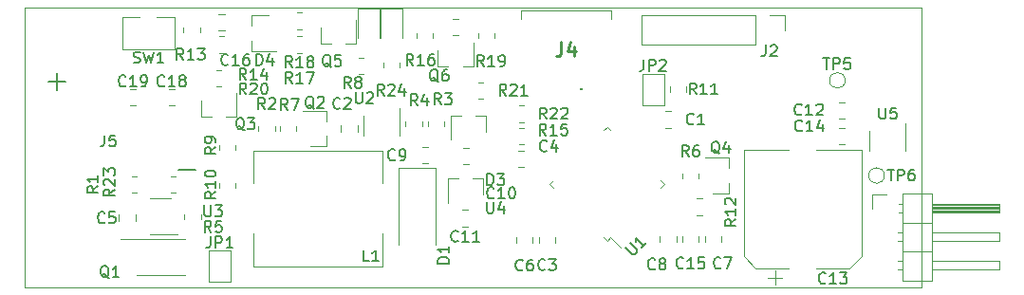
<source format=gbr>
G04 #@! TF.GenerationSoftware,KiCad,Pcbnew,(5.1.7)-1*
G04 #@! TF.CreationDate,2021-02-25T00:30:01+00:00*
G04 #@! TF.ProjectId,LedGateController,4c656447-6174-4654-936f-6e74726f6c6c,rev?*
G04 #@! TF.SameCoordinates,Original*
G04 #@! TF.FileFunction,Legend,Top*
G04 #@! TF.FilePolarity,Positive*
%FSLAX46Y46*%
G04 Gerber Fmt 4.6, Leading zero omitted, Abs format (unit mm)*
G04 Created by KiCad (PCBNEW (5.1.7)-1) date 2021-02-25 00:30:01*
%MOMM*%
%LPD*%
G01*
G04 APERTURE LIST*
G04 #@! TA.AperFunction,Profile*
%ADD10C,0.050000*%
G04 #@! TD*
%ADD11C,0.120000*%
%ADD12C,0.200000*%
%ADD13C,0.100000*%
%ADD14C,0.150000*%
%ADD15C,0.254000*%
G04 APERTURE END LIST*
D10*
X0Y0D02*
X0Y-25010000D01*
X0Y0D02*
X80000000Y0D01*
X80000000Y-25000000D02*
X80000000Y0D01*
X0Y-25010000D02*
X80000000Y-25000000D01*
D11*
X44072936Y-8765000D02*
X44527064Y-8765000D01*
X44072936Y-10235000D02*
X44527064Y-10235000D01*
X18835000Y-15672936D02*
X18835000Y-16127064D01*
X17365000Y-15672936D02*
X17365000Y-16127064D01*
X17072936Y-5565000D02*
X17527064Y-5565000D01*
X17072936Y-7035000D02*
X17527064Y-7035000D01*
X31965000Y-5377064D02*
X31965000Y-4922936D01*
X33435000Y-5377064D02*
X33435000Y-4922936D01*
X13010436Y-15065000D02*
X13464564Y-15065000D01*
X13010436Y-16535000D02*
X13464564Y-16535000D01*
X40472936Y-8135000D02*
X40927064Y-8135000D01*
X40472936Y-6665000D02*
X40927064Y-6665000D01*
X40465000Y-2727064D02*
X40465000Y-2272936D01*
X41935000Y-2727064D02*
X41935000Y-2272936D01*
X24727064Y-1935000D02*
X24272936Y-1935000D01*
X24727064Y-465000D02*
X24272936Y-465000D01*
X24727064Y-4035000D02*
X24272936Y-4035000D01*
X24727064Y-2565000D02*
X24272936Y-2565000D01*
X34965000Y-2727064D02*
X34965000Y-2272936D01*
X36435000Y-2727064D02*
X36435000Y-2272936D01*
X44072936Y-10765000D02*
X44527064Y-10765000D01*
X44072936Y-12235000D02*
X44527064Y-12235000D01*
X17777064Y-4035000D02*
X17322936Y-4035000D01*
X17777064Y-2565000D02*
X17322936Y-2565000D01*
X14165000Y-2227064D02*
X14165000Y-1772936D01*
X15635000Y-2227064D02*
X15635000Y-1772936D01*
X60427064Y-17065000D02*
X59972936Y-17065000D01*
X60427064Y-18535000D02*
X59972936Y-18535000D01*
X57565000Y-7060436D02*
X57565000Y-7514564D01*
X59035000Y-7060436D02*
X59035000Y-7514564D01*
X18835000Y-12272936D02*
X18835000Y-12727064D01*
X17365000Y-12272936D02*
X17365000Y-12727064D01*
X29772936Y-4465000D02*
X30227064Y-4465000D01*
X29772936Y-5935000D02*
X30227064Y-5935000D01*
X58665000Y-14785436D02*
X58665000Y-15239564D01*
X60135000Y-14785436D02*
X60135000Y-15239564D01*
X14265000Y-18927064D02*
X14265000Y-18472936D01*
X15735000Y-18927064D02*
X15735000Y-18472936D01*
X35435000Y-10627064D02*
X35435000Y-10172936D01*
X33965000Y-10627064D02*
X33965000Y-10172936D01*
X35965000Y-10172936D02*
X35965000Y-10627064D01*
X37435000Y-10172936D02*
X37435000Y-10627064D01*
X9572936Y-15065000D02*
X10027064Y-15065000D01*
X9572936Y-16535000D02*
X10027064Y-16535000D01*
X24235000Y-11027064D02*
X24235000Y-10572936D01*
X22765000Y-11027064D02*
X22765000Y-10572936D01*
X20865000Y-11027064D02*
X20865000Y-10572936D01*
X22335000Y-11027064D02*
X22335000Y-10572936D01*
X26420000Y-3260000D02*
X27350000Y-3260000D01*
X29580000Y-3260000D02*
X28650000Y-3260000D01*
X29580000Y-3260000D02*
X29580000Y-1100000D01*
X26420000Y-3260000D02*
X26420000Y-1800000D01*
X13000000Y-16990000D02*
X11200000Y-16990000D01*
X11200000Y-20210000D02*
X13650000Y-20210000D01*
X12150000Y-23910000D02*
X14350000Y-23910000D01*
X12150000Y-23910000D02*
X9950000Y-23910000D01*
X12150000Y-20690000D02*
X14350000Y-20690000D01*
X12150000Y-20690000D02*
X8550000Y-20690000D01*
D12*
X49700000Y-7250000D02*
X49700000Y-7250000D01*
X49600000Y-7250000D02*
X49600000Y-7250000D01*
X49700000Y-7250000D02*
X49700000Y-7250000D01*
D13*
X44300000Y-1000000D02*
X44300000Y-250000D01*
X44300000Y-1000000D02*
X44300000Y-1000000D01*
X44300000Y-250000D02*
X44300000Y-1000000D01*
X44300000Y-250000D02*
X44300000Y-250000D01*
X52300000Y-250000D02*
X52300000Y-1000000D01*
X52300000Y-250000D02*
X52300000Y-250000D01*
X52300000Y-1000000D02*
X52300000Y-250000D01*
X52300000Y-1000000D02*
X52300000Y-1000000D01*
X52300000Y-250000D02*
X52300000Y-250000D01*
X44300000Y-250000D02*
X52300000Y-250000D01*
X44300000Y-250000D02*
X44300000Y-250000D01*
X52300000Y-250000D02*
X44300000Y-250000D01*
D12*
X49600000Y-7250000D02*
G75*
G02*
X49700000Y-7250000I50000J0D01*
G01*
X49700000Y-7250000D02*
G75*
G02*
X49600000Y-7250000I-50000J0D01*
G01*
X49600000Y-7250000D02*
G75*
G02*
X49700000Y-7250000I50000J0D01*
G01*
D11*
X58135000Y-20911252D02*
X58135000Y-20388748D01*
X56665000Y-20911252D02*
X56665000Y-20388748D01*
X20395000Y-12785000D02*
X31895000Y-12785000D01*
X20395000Y-23085000D02*
X31895000Y-23085000D01*
D13*
X20395000Y-12785000D02*
X20395000Y-15685000D01*
X31895000Y-12785000D02*
X31895000Y-15685000D01*
X31895000Y-20185000D02*
X31895000Y-23085000D01*
X20395000Y-20185000D02*
X20395000Y-23085000D01*
D11*
X66315000Y-24125000D02*
X67565000Y-24125000D01*
X66940000Y-24750000D02*
X66940000Y-23500000D01*
X73595563Y-23260000D02*
X74660000Y-22195563D01*
X65204437Y-23260000D02*
X64140000Y-22195563D01*
X65204437Y-23260000D02*
X68190000Y-23260000D01*
X73595563Y-23260000D02*
X70610000Y-23260000D01*
X74660000Y-22195563D02*
X74660000Y-12740000D01*
X64140000Y-22195563D02*
X64140000Y-12740000D01*
X64140000Y-12740000D02*
X68190000Y-12740000D01*
X74660000Y-12740000D02*
X70610000Y-12740000D01*
X13350000Y-3750000D02*
X8750000Y-3750000D01*
X13300000Y-850000D02*
X11800000Y-850000D01*
X10250000Y-850000D02*
X8800000Y-850000D01*
X8750000Y-850000D02*
X8750000Y-3750000D01*
X13350000Y-850000D02*
X13350000Y-3750000D01*
X26960000Y-12380000D02*
X25500000Y-12380000D01*
X26960000Y-9220000D02*
X24800000Y-9220000D01*
X26960000Y-9220000D02*
X26960000Y-10150000D01*
X26960000Y-12380000D02*
X26960000Y-11450000D01*
X40930000Y-15265000D02*
X40930000Y-16725000D01*
X37770000Y-15265000D02*
X37770000Y-17425000D01*
X37770000Y-15265000D02*
X38700000Y-15265000D01*
X40930000Y-15265000D02*
X40000000Y-15265000D01*
X36630000Y-14310000D02*
X33330000Y-14310000D01*
X33330000Y-14310000D02*
X33330000Y-21210000D01*
X36630000Y-14310000D02*
X36630000Y-21210000D01*
X67830000Y-670000D02*
X67830000Y-2000000D01*
X66500000Y-670000D02*
X67830000Y-670000D01*
X65230000Y-670000D02*
X65230000Y-3330000D01*
X65230000Y-3330000D02*
X55010000Y-3330000D01*
X65230000Y-670000D02*
X55010000Y-670000D01*
X55010000Y-670000D02*
X55010000Y-3330000D01*
X75580000Y-16680000D02*
X76850000Y-16680000D01*
X75580000Y-17950000D02*
X75580000Y-16680000D01*
X77892929Y-23410000D02*
X78290000Y-23410000D01*
X77892929Y-22650000D02*
X78290000Y-22650000D01*
X86950000Y-23410000D02*
X80950000Y-23410000D01*
X86950000Y-22650000D02*
X86950000Y-23410000D01*
X80950000Y-22650000D02*
X86950000Y-22650000D01*
X78290000Y-21760000D02*
X80950000Y-21760000D01*
X77892929Y-20870000D02*
X78290000Y-20870000D01*
X77892929Y-20110000D02*
X78290000Y-20110000D01*
X86950000Y-20870000D02*
X80950000Y-20870000D01*
X86950000Y-20110000D02*
X86950000Y-20870000D01*
X80950000Y-20110000D02*
X86950000Y-20110000D01*
X78290000Y-19220000D02*
X80950000Y-19220000D01*
X77960000Y-18330000D02*
X78290000Y-18330000D01*
X77960000Y-17570000D02*
X78290000Y-17570000D01*
X80950000Y-18230000D02*
X86950000Y-18230000D01*
X80950000Y-18110000D02*
X86950000Y-18110000D01*
X80950000Y-17990000D02*
X86950000Y-17990000D01*
X80950000Y-17870000D02*
X86950000Y-17870000D01*
X80950000Y-17750000D02*
X86950000Y-17750000D01*
X80950000Y-17630000D02*
X86950000Y-17630000D01*
X86950000Y-18330000D02*
X80950000Y-18330000D01*
X86950000Y-17570000D02*
X86950000Y-18330000D01*
X80950000Y-17570000D02*
X86950000Y-17570000D01*
X80950000Y-16620000D02*
X78290000Y-16620000D01*
X80950000Y-24360000D02*
X80950000Y-16620000D01*
X78290000Y-24360000D02*
X80950000Y-24360000D01*
X78290000Y-16620000D02*
X78290000Y-24360000D01*
X18400000Y-24500000D02*
X16400000Y-24500000D01*
X18400000Y-21700000D02*
X18400000Y-24500000D01*
X16400000Y-21700000D02*
X18400000Y-21700000D01*
X16400000Y-24500000D02*
X16400000Y-21700000D01*
X15720000Y-9760000D02*
X15720000Y-8300000D01*
X18880000Y-9760000D02*
X18880000Y-7600000D01*
X18880000Y-9760000D02*
X17950000Y-9760000D01*
X15720000Y-9760000D02*
X16650000Y-9760000D01*
X57138748Y-10735000D02*
X57661252Y-10735000D01*
X57138748Y-9265000D02*
X57661252Y-9265000D01*
X29685000Y-11061252D02*
X29685000Y-10538748D01*
X28215000Y-11061252D02*
X28215000Y-10538748D01*
X47335000Y-21011252D02*
X47335000Y-20488748D01*
X45865000Y-21011252D02*
X45865000Y-20488748D01*
X44038748Y-14235000D02*
X44561252Y-14235000D01*
X44038748Y-12765000D02*
X44561252Y-12765000D01*
X9866690Y-18501248D02*
X9866690Y-19023752D01*
X8396690Y-18501248D02*
X8396690Y-19023752D01*
X45335000Y-21011252D02*
X45335000Y-20488748D01*
X43865000Y-21011252D02*
X43865000Y-20488748D01*
X62135000Y-20911252D02*
X62135000Y-20388748D01*
X60665000Y-20911252D02*
X60665000Y-20388748D01*
X35438748Y-13885000D02*
X35961252Y-13885000D01*
X35438748Y-12415000D02*
X35961252Y-12415000D01*
X39113748Y-13985000D02*
X39636252Y-13985000D01*
X39113748Y-12515000D02*
X39636252Y-12515000D01*
X39561252Y-19535000D02*
X39038748Y-19535000D01*
X39561252Y-18065000D02*
X39038748Y-18065000D01*
X73186252Y-8440000D02*
X72663748Y-8440000D01*
X73186252Y-9910000D02*
X72663748Y-9910000D01*
X73186252Y-10765000D02*
X72663748Y-10765000D01*
X73186252Y-12235000D02*
X72663748Y-12235000D01*
X60135000Y-20911252D02*
X60135000Y-20388748D01*
X58665000Y-20911252D02*
X58665000Y-20388748D01*
X17836252Y-2060000D02*
X17313748Y-2060000D01*
X17836252Y-590000D02*
X17313748Y-590000D01*
X38188748Y-1015000D02*
X38711252Y-1015000D01*
X38188748Y-2485000D02*
X38711252Y-2485000D01*
X13361252Y-8735000D02*
X12838748Y-8735000D01*
X13361252Y-7265000D02*
X12838748Y-7265000D01*
X9388748Y-7265000D02*
X9911252Y-7265000D01*
X9388748Y-8735000D02*
X9911252Y-8735000D01*
X31660000Y-2750000D02*
X31660000Y-65000D01*
X31660000Y-65000D02*
X29740000Y-65000D01*
X29740000Y-65000D02*
X29740000Y-2750000D01*
X41180000Y-9640000D02*
X41180000Y-11100000D01*
X38020000Y-9640000D02*
X38020000Y-11800000D01*
X38020000Y-9640000D02*
X38950000Y-9640000D01*
X41180000Y-9640000D02*
X40250000Y-9640000D01*
X20265000Y-720000D02*
X20265000Y-1650000D01*
X20265000Y-3880000D02*
X20265000Y-2950000D01*
X20265000Y-3880000D02*
X22425000Y-3880000D01*
X20265000Y-720000D02*
X21725000Y-720000D01*
X33660000Y-2750000D02*
X33660000Y-65000D01*
X33660000Y-65000D02*
X31740000Y-65000D01*
X31740000Y-65000D02*
X31740000Y-2750000D01*
D12*
X15275000Y-14480000D02*
X13750000Y-14480000D01*
D11*
X57100000Y-5900000D02*
X57100000Y-8700000D01*
X57100000Y-8700000D02*
X55100000Y-8700000D01*
X55100000Y-8700000D02*
X55100000Y-5900000D01*
X55100000Y-5900000D02*
X57100000Y-5900000D01*
X62860000Y-16580000D02*
X61400000Y-16580000D01*
X62860000Y-13420000D02*
X60700000Y-13420000D01*
X62860000Y-13420000D02*
X62860000Y-14350000D01*
X62860000Y-16580000D02*
X62860000Y-15650000D01*
X36870000Y-5260000D02*
X37800000Y-5260000D01*
X40030000Y-5260000D02*
X39100000Y-5260000D01*
X40030000Y-5260000D02*
X40030000Y-3100000D01*
X36870000Y-5260000D02*
X36870000Y-3800000D01*
X52268198Y-10962887D02*
X51950000Y-10644689D01*
X51950000Y-10644689D02*
X51631802Y-10962887D01*
X56737113Y-15431802D02*
X57055311Y-15750000D01*
X57055311Y-15750000D02*
X56737113Y-16068198D01*
X47162887Y-16068198D02*
X46844689Y-15750000D01*
X46844689Y-15750000D02*
X47162887Y-15431802D01*
X51631802Y-20537113D02*
X51950000Y-20855311D01*
X51950000Y-20855311D02*
X52268198Y-20537113D01*
X52268198Y-20537113D02*
X53180366Y-21449281D01*
X33410000Y-11450000D02*
X33410000Y-9000000D01*
X30190000Y-9650000D02*
X30190000Y-11450000D01*
X78568000Y-12801600D02*
X78568000Y-10351600D01*
X75348000Y-11001600D02*
X75348000Y-12801600D01*
X73200000Y-6500000D02*
G75*
G03*
X73200000Y-6500000I-700000J0D01*
G01*
X76700000Y-15000000D02*
G75*
G03*
X76700000Y-15000000I-700000J0D01*
G01*
D14*
X46544642Y-9952380D02*
X46211309Y-9476190D01*
X45973214Y-9952380D02*
X45973214Y-8952380D01*
X46354166Y-8952380D01*
X46449404Y-9000000D01*
X46497023Y-9047619D01*
X46544642Y-9142857D01*
X46544642Y-9285714D01*
X46497023Y-9380952D01*
X46449404Y-9428571D01*
X46354166Y-9476190D01*
X45973214Y-9476190D01*
X46925595Y-9047619D02*
X46973214Y-9000000D01*
X47068452Y-8952380D01*
X47306547Y-8952380D01*
X47401785Y-9000000D01*
X47449404Y-9047619D01*
X47497023Y-9142857D01*
X47497023Y-9238095D01*
X47449404Y-9380952D01*
X46877976Y-9952380D01*
X47497023Y-9952380D01*
X47877976Y-9047619D02*
X47925595Y-9000000D01*
X48020833Y-8952380D01*
X48258928Y-8952380D01*
X48354166Y-9000000D01*
X48401785Y-9047619D01*
X48449404Y-9142857D01*
X48449404Y-9238095D01*
X48401785Y-9380952D01*
X47830357Y-9952380D01*
X48449404Y-9952380D01*
X2842857Y-7361904D02*
X2842857Y-5838095D01*
X3604761Y-6600000D02*
X2080952Y-6600000D01*
X17052380Y-16442857D02*
X16576190Y-16776190D01*
X17052380Y-17014285D02*
X16052380Y-17014285D01*
X16052380Y-16633333D01*
X16100000Y-16538095D01*
X16147619Y-16490476D01*
X16242857Y-16442857D01*
X16385714Y-16442857D01*
X16480952Y-16490476D01*
X16528571Y-16538095D01*
X16576190Y-16633333D01*
X16576190Y-17014285D01*
X17052380Y-15490476D02*
X17052380Y-16061904D01*
X17052380Y-15776190D02*
X16052380Y-15776190D01*
X16195238Y-15871428D01*
X16290476Y-15966666D01*
X16338095Y-16061904D01*
X16052380Y-14871428D02*
X16052380Y-14776190D01*
X16100000Y-14680952D01*
X16147619Y-14633333D01*
X16242857Y-14585714D01*
X16433333Y-14538095D01*
X16671428Y-14538095D01*
X16861904Y-14585714D01*
X16957142Y-14633333D01*
X17004761Y-14680952D01*
X17052380Y-14776190D01*
X17052380Y-14871428D01*
X17004761Y-14966666D01*
X16957142Y-15014285D01*
X16861904Y-15061904D01*
X16671428Y-15109523D01*
X16433333Y-15109523D01*
X16242857Y-15061904D01*
X16147619Y-15014285D01*
X16100000Y-14966666D01*
X16052380Y-14871428D01*
X19757142Y-7752380D02*
X19423809Y-7276190D01*
X19185714Y-7752380D02*
X19185714Y-6752380D01*
X19566666Y-6752380D01*
X19661904Y-6800000D01*
X19709523Y-6847619D01*
X19757142Y-6942857D01*
X19757142Y-7085714D01*
X19709523Y-7180952D01*
X19661904Y-7228571D01*
X19566666Y-7276190D01*
X19185714Y-7276190D01*
X20138095Y-6847619D02*
X20185714Y-6800000D01*
X20280952Y-6752380D01*
X20519047Y-6752380D01*
X20614285Y-6800000D01*
X20661904Y-6847619D01*
X20709523Y-6942857D01*
X20709523Y-7038095D01*
X20661904Y-7180952D01*
X20090476Y-7752380D01*
X20709523Y-7752380D01*
X21328571Y-6752380D02*
X21423809Y-6752380D01*
X21519047Y-6800000D01*
X21566666Y-6847619D01*
X21614285Y-6942857D01*
X21661904Y-7133333D01*
X21661904Y-7371428D01*
X21614285Y-7561904D01*
X21566666Y-7657142D01*
X21519047Y-7704761D01*
X21423809Y-7752380D01*
X21328571Y-7752380D01*
X21233333Y-7704761D01*
X21185714Y-7657142D01*
X21138095Y-7561904D01*
X21090476Y-7371428D01*
X21090476Y-7133333D01*
X21138095Y-6942857D01*
X21185714Y-6847619D01*
X21233333Y-6800000D01*
X21328571Y-6752380D01*
X32057142Y-7852380D02*
X31723809Y-7376190D01*
X31485714Y-7852380D02*
X31485714Y-6852380D01*
X31866666Y-6852380D01*
X31961904Y-6900000D01*
X32009523Y-6947619D01*
X32057142Y-7042857D01*
X32057142Y-7185714D01*
X32009523Y-7280952D01*
X31961904Y-7328571D01*
X31866666Y-7376190D01*
X31485714Y-7376190D01*
X32438095Y-6947619D02*
X32485714Y-6900000D01*
X32580952Y-6852380D01*
X32819047Y-6852380D01*
X32914285Y-6900000D01*
X32961904Y-6947619D01*
X33009523Y-7042857D01*
X33009523Y-7138095D01*
X32961904Y-7280952D01*
X32390476Y-7852380D01*
X33009523Y-7852380D01*
X33866666Y-7185714D02*
X33866666Y-7852380D01*
X33628571Y-6804761D02*
X33390476Y-7519047D01*
X34009523Y-7519047D01*
X8052380Y-16242857D02*
X7576190Y-16576190D01*
X8052380Y-16814285D02*
X7052380Y-16814285D01*
X7052380Y-16433333D01*
X7100000Y-16338095D01*
X7147619Y-16290476D01*
X7242857Y-16242857D01*
X7385714Y-16242857D01*
X7480952Y-16290476D01*
X7528571Y-16338095D01*
X7576190Y-16433333D01*
X7576190Y-16814285D01*
X7147619Y-15861904D02*
X7100000Y-15814285D01*
X7052380Y-15719047D01*
X7052380Y-15480952D01*
X7100000Y-15385714D01*
X7147619Y-15338095D01*
X7242857Y-15290476D01*
X7338095Y-15290476D01*
X7480952Y-15338095D01*
X8052380Y-15909523D01*
X8052380Y-15290476D01*
X7052380Y-14957142D02*
X7052380Y-14338095D01*
X7433333Y-14671428D01*
X7433333Y-14528571D01*
X7480952Y-14433333D01*
X7528571Y-14385714D01*
X7623809Y-14338095D01*
X7861904Y-14338095D01*
X7957142Y-14385714D01*
X8004761Y-14433333D01*
X8052380Y-14528571D01*
X8052380Y-14814285D01*
X8004761Y-14909523D01*
X7957142Y-14957142D01*
X42957142Y-7852380D02*
X42623809Y-7376190D01*
X42385714Y-7852380D02*
X42385714Y-6852380D01*
X42766666Y-6852380D01*
X42861904Y-6900000D01*
X42909523Y-6947619D01*
X42957142Y-7042857D01*
X42957142Y-7185714D01*
X42909523Y-7280952D01*
X42861904Y-7328571D01*
X42766666Y-7376190D01*
X42385714Y-7376190D01*
X43338095Y-6947619D02*
X43385714Y-6900000D01*
X43480952Y-6852380D01*
X43719047Y-6852380D01*
X43814285Y-6900000D01*
X43861904Y-6947619D01*
X43909523Y-7042857D01*
X43909523Y-7138095D01*
X43861904Y-7280952D01*
X43290476Y-7852380D01*
X43909523Y-7852380D01*
X44861904Y-7852380D02*
X44290476Y-7852380D01*
X44576190Y-7852380D02*
X44576190Y-6852380D01*
X44480952Y-6995238D01*
X44385714Y-7090476D01*
X44290476Y-7138095D01*
X40957142Y-5252380D02*
X40623809Y-4776190D01*
X40385714Y-5252380D02*
X40385714Y-4252380D01*
X40766666Y-4252380D01*
X40861904Y-4300000D01*
X40909523Y-4347619D01*
X40957142Y-4442857D01*
X40957142Y-4585714D01*
X40909523Y-4680952D01*
X40861904Y-4728571D01*
X40766666Y-4776190D01*
X40385714Y-4776190D01*
X41909523Y-5252380D02*
X41338095Y-5252380D01*
X41623809Y-5252380D02*
X41623809Y-4252380D01*
X41528571Y-4395238D01*
X41433333Y-4490476D01*
X41338095Y-4538095D01*
X42385714Y-5252380D02*
X42576190Y-5252380D01*
X42671428Y-5204761D01*
X42719047Y-5157142D01*
X42814285Y-5014285D01*
X42861904Y-4823809D01*
X42861904Y-4442857D01*
X42814285Y-4347619D01*
X42766666Y-4300000D01*
X42671428Y-4252380D01*
X42480952Y-4252380D01*
X42385714Y-4300000D01*
X42338095Y-4347619D01*
X42290476Y-4442857D01*
X42290476Y-4680952D01*
X42338095Y-4776190D01*
X42385714Y-4823809D01*
X42480952Y-4871428D01*
X42671428Y-4871428D01*
X42766666Y-4823809D01*
X42814285Y-4776190D01*
X42861904Y-4680952D01*
X23857142Y-5352380D02*
X23523809Y-4876190D01*
X23285714Y-5352380D02*
X23285714Y-4352380D01*
X23666666Y-4352380D01*
X23761904Y-4400000D01*
X23809523Y-4447619D01*
X23857142Y-4542857D01*
X23857142Y-4685714D01*
X23809523Y-4780952D01*
X23761904Y-4828571D01*
X23666666Y-4876190D01*
X23285714Y-4876190D01*
X24809523Y-5352380D02*
X24238095Y-5352380D01*
X24523809Y-5352380D02*
X24523809Y-4352380D01*
X24428571Y-4495238D01*
X24333333Y-4590476D01*
X24238095Y-4638095D01*
X25380952Y-4780952D02*
X25285714Y-4733333D01*
X25238095Y-4685714D01*
X25190476Y-4590476D01*
X25190476Y-4542857D01*
X25238095Y-4447619D01*
X25285714Y-4400000D01*
X25380952Y-4352380D01*
X25571428Y-4352380D01*
X25666666Y-4400000D01*
X25714285Y-4447619D01*
X25761904Y-4542857D01*
X25761904Y-4590476D01*
X25714285Y-4685714D01*
X25666666Y-4733333D01*
X25571428Y-4780952D01*
X25380952Y-4780952D01*
X25285714Y-4828571D01*
X25238095Y-4876190D01*
X25190476Y-4971428D01*
X25190476Y-5161904D01*
X25238095Y-5257142D01*
X25285714Y-5304761D01*
X25380952Y-5352380D01*
X25571428Y-5352380D01*
X25666666Y-5304761D01*
X25714285Y-5257142D01*
X25761904Y-5161904D01*
X25761904Y-4971428D01*
X25714285Y-4876190D01*
X25666666Y-4828571D01*
X25571428Y-4780952D01*
X23857142Y-6752380D02*
X23523809Y-6276190D01*
X23285714Y-6752380D02*
X23285714Y-5752380D01*
X23666666Y-5752380D01*
X23761904Y-5800000D01*
X23809523Y-5847619D01*
X23857142Y-5942857D01*
X23857142Y-6085714D01*
X23809523Y-6180952D01*
X23761904Y-6228571D01*
X23666666Y-6276190D01*
X23285714Y-6276190D01*
X24809523Y-6752380D02*
X24238095Y-6752380D01*
X24523809Y-6752380D02*
X24523809Y-5752380D01*
X24428571Y-5895238D01*
X24333333Y-5990476D01*
X24238095Y-6038095D01*
X25142857Y-5752380D02*
X25809523Y-5752380D01*
X25380952Y-6752380D01*
X34657142Y-5152380D02*
X34323809Y-4676190D01*
X34085714Y-5152380D02*
X34085714Y-4152380D01*
X34466666Y-4152380D01*
X34561904Y-4200000D01*
X34609523Y-4247619D01*
X34657142Y-4342857D01*
X34657142Y-4485714D01*
X34609523Y-4580952D01*
X34561904Y-4628571D01*
X34466666Y-4676190D01*
X34085714Y-4676190D01*
X35609523Y-5152380D02*
X35038095Y-5152380D01*
X35323809Y-5152380D02*
X35323809Y-4152380D01*
X35228571Y-4295238D01*
X35133333Y-4390476D01*
X35038095Y-4438095D01*
X36466666Y-4152380D02*
X36276190Y-4152380D01*
X36180952Y-4200000D01*
X36133333Y-4247619D01*
X36038095Y-4390476D01*
X35990476Y-4580952D01*
X35990476Y-4961904D01*
X36038095Y-5057142D01*
X36085714Y-5104761D01*
X36180952Y-5152380D01*
X36371428Y-5152380D01*
X36466666Y-5104761D01*
X36514285Y-5057142D01*
X36561904Y-4961904D01*
X36561904Y-4723809D01*
X36514285Y-4628571D01*
X36466666Y-4580952D01*
X36371428Y-4533333D01*
X36180952Y-4533333D01*
X36085714Y-4580952D01*
X36038095Y-4628571D01*
X35990476Y-4723809D01*
X46507142Y-11402380D02*
X46173809Y-10926190D01*
X45935714Y-11402380D02*
X45935714Y-10402380D01*
X46316666Y-10402380D01*
X46411904Y-10450000D01*
X46459523Y-10497619D01*
X46507142Y-10592857D01*
X46507142Y-10735714D01*
X46459523Y-10830952D01*
X46411904Y-10878571D01*
X46316666Y-10926190D01*
X45935714Y-10926190D01*
X47459523Y-11402380D02*
X46888095Y-11402380D01*
X47173809Y-11402380D02*
X47173809Y-10402380D01*
X47078571Y-10545238D01*
X46983333Y-10640476D01*
X46888095Y-10688095D01*
X48364285Y-10402380D02*
X47888095Y-10402380D01*
X47840476Y-10878571D01*
X47888095Y-10830952D01*
X47983333Y-10783333D01*
X48221428Y-10783333D01*
X48316666Y-10830952D01*
X48364285Y-10878571D01*
X48411904Y-10973809D01*
X48411904Y-11211904D01*
X48364285Y-11307142D01*
X48316666Y-11354761D01*
X48221428Y-11402380D01*
X47983333Y-11402380D01*
X47888095Y-11354761D01*
X47840476Y-11307142D01*
X19757142Y-6452380D02*
X19423809Y-5976190D01*
X19185714Y-6452380D02*
X19185714Y-5452380D01*
X19566666Y-5452380D01*
X19661904Y-5500000D01*
X19709523Y-5547619D01*
X19757142Y-5642857D01*
X19757142Y-5785714D01*
X19709523Y-5880952D01*
X19661904Y-5928571D01*
X19566666Y-5976190D01*
X19185714Y-5976190D01*
X20709523Y-6452380D02*
X20138095Y-6452380D01*
X20423809Y-6452380D02*
X20423809Y-5452380D01*
X20328571Y-5595238D01*
X20233333Y-5690476D01*
X20138095Y-5738095D01*
X21566666Y-5785714D02*
X21566666Y-6452380D01*
X21328571Y-5404761D02*
X21090476Y-6119047D01*
X21709523Y-6119047D01*
X14157142Y-4652380D02*
X13823809Y-4176190D01*
X13585714Y-4652380D02*
X13585714Y-3652380D01*
X13966666Y-3652380D01*
X14061904Y-3700000D01*
X14109523Y-3747619D01*
X14157142Y-3842857D01*
X14157142Y-3985714D01*
X14109523Y-4080952D01*
X14061904Y-4128571D01*
X13966666Y-4176190D01*
X13585714Y-4176190D01*
X15109523Y-4652380D02*
X14538095Y-4652380D01*
X14823809Y-4652380D02*
X14823809Y-3652380D01*
X14728571Y-3795238D01*
X14633333Y-3890476D01*
X14538095Y-3938095D01*
X15442857Y-3652380D02*
X16061904Y-3652380D01*
X15728571Y-4033333D01*
X15871428Y-4033333D01*
X15966666Y-4080952D01*
X16014285Y-4128571D01*
X16061904Y-4223809D01*
X16061904Y-4461904D01*
X16014285Y-4557142D01*
X15966666Y-4604761D01*
X15871428Y-4652380D01*
X15585714Y-4652380D01*
X15490476Y-4604761D01*
X15442857Y-4557142D01*
X63452380Y-18892857D02*
X62976190Y-19226190D01*
X63452380Y-19464285D02*
X62452380Y-19464285D01*
X62452380Y-19083333D01*
X62500000Y-18988095D01*
X62547619Y-18940476D01*
X62642857Y-18892857D01*
X62785714Y-18892857D01*
X62880952Y-18940476D01*
X62928571Y-18988095D01*
X62976190Y-19083333D01*
X62976190Y-19464285D01*
X63452380Y-17940476D02*
X63452380Y-18511904D01*
X63452380Y-18226190D02*
X62452380Y-18226190D01*
X62595238Y-18321428D01*
X62690476Y-18416666D01*
X62738095Y-18511904D01*
X62547619Y-17559523D02*
X62500000Y-17511904D01*
X62452380Y-17416666D01*
X62452380Y-17178571D01*
X62500000Y-17083333D01*
X62547619Y-17035714D01*
X62642857Y-16988095D01*
X62738095Y-16988095D01*
X62880952Y-17035714D01*
X63452380Y-17607142D01*
X63452380Y-16988095D01*
X59907142Y-7752380D02*
X59573809Y-7276190D01*
X59335714Y-7752380D02*
X59335714Y-6752380D01*
X59716666Y-6752380D01*
X59811904Y-6800000D01*
X59859523Y-6847619D01*
X59907142Y-6942857D01*
X59907142Y-7085714D01*
X59859523Y-7180952D01*
X59811904Y-7228571D01*
X59716666Y-7276190D01*
X59335714Y-7276190D01*
X60859523Y-7752380D02*
X60288095Y-7752380D01*
X60573809Y-7752380D02*
X60573809Y-6752380D01*
X60478571Y-6895238D01*
X60383333Y-6990476D01*
X60288095Y-7038095D01*
X61811904Y-7752380D02*
X61240476Y-7752380D01*
X61526190Y-7752380D02*
X61526190Y-6752380D01*
X61430952Y-6895238D01*
X61335714Y-6990476D01*
X61240476Y-7038095D01*
X17052380Y-12466666D02*
X16576190Y-12800000D01*
X17052380Y-13038095D02*
X16052380Y-13038095D01*
X16052380Y-12657142D01*
X16100000Y-12561904D01*
X16147619Y-12514285D01*
X16242857Y-12466666D01*
X16385714Y-12466666D01*
X16480952Y-12514285D01*
X16528571Y-12561904D01*
X16576190Y-12657142D01*
X16576190Y-13038095D01*
X17052380Y-11990476D02*
X17052380Y-11800000D01*
X17004761Y-11704761D01*
X16957142Y-11657142D01*
X16814285Y-11561904D01*
X16623809Y-11514285D01*
X16242857Y-11514285D01*
X16147619Y-11561904D01*
X16100000Y-11609523D01*
X16052380Y-11704761D01*
X16052380Y-11895238D01*
X16100000Y-11990476D01*
X16147619Y-12038095D01*
X16242857Y-12085714D01*
X16480952Y-12085714D01*
X16576190Y-12038095D01*
X16623809Y-11990476D01*
X16671428Y-11895238D01*
X16671428Y-11704761D01*
X16623809Y-11609523D01*
X16576190Y-11561904D01*
X16480952Y-11514285D01*
X29083333Y-7202380D02*
X28750000Y-6726190D01*
X28511904Y-7202380D02*
X28511904Y-6202380D01*
X28892857Y-6202380D01*
X28988095Y-6250000D01*
X29035714Y-6297619D01*
X29083333Y-6392857D01*
X29083333Y-6535714D01*
X29035714Y-6630952D01*
X28988095Y-6678571D01*
X28892857Y-6726190D01*
X28511904Y-6726190D01*
X29654761Y-6630952D02*
X29559523Y-6583333D01*
X29511904Y-6535714D01*
X29464285Y-6440476D01*
X29464285Y-6392857D01*
X29511904Y-6297619D01*
X29559523Y-6250000D01*
X29654761Y-6202380D01*
X29845238Y-6202380D01*
X29940476Y-6250000D01*
X29988095Y-6297619D01*
X30035714Y-6392857D01*
X30035714Y-6440476D01*
X29988095Y-6535714D01*
X29940476Y-6583333D01*
X29845238Y-6630952D01*
X29654761Y-6630952D01*
X29559523Y-6678571D01*
X29511904Y-6726190D01*
X29464285Y-6821428D01*
X29464285Y-7011904D01*
X29511904Y-7107142D01*
X29559523Y-7154761D01*
X29654761Y-7202380D01*
X29845238Y-7202380D01*
X29940476Y-7154761D01*
X29988095Y-7107142D01*
X30035714Y-7011904D01*
X30035714Y-6821428D01*
X29988095Y-6726190D01*
X29940476Y-6678571D01*
X29845238Y-6630952D01*
X59233333Y-13302380D02*
X58900000Y-12826190D01*
X58661904Y-13302380D02*
X58661904Y-12302380D01*
X59042857Y-12302380D01*
X59138095Y-12350000D01*
X59185714Y-12397619D01*
X59233333Y-12492857D01*
X59233333Y-12635714D01*
X59185714Y-12730952D01*
X59138095Y-12778571D01*
X59042857Y-12826190D01*
X58661904Y-12826190D01*
X60090476Y-12302380D02*
X59900000Y-12302380D01*
X59804761Y-12350000D01*
X59757142Y-12397619D01*
X59661904Y-12540476D01*
X59614285Y-12730952D01*
X59614285Y-13111904D01*
X59661904Y-13207142D01*
X59709523Y-13254761D01*
X59804761Y-13302380D01*
X59995238Y-13302380D01*
X60090476Y-13254761D01*
X60138095Y-13207142D01*
X60185714Y-13111904D01*
X60185714Y-12873809D01*
X60138095Y-12778571D01*
X60090476Y-12730952D01*
X59995238Y-12683333D01*
X59804761Y-12683333D01*
X59709523Y-12730952D01*
X59661904Y-12778571D01*
X59614285Y-12873809D01*
X16633333Y-20052380D02*
X16300000Y-19576190D01*
X16061904Y-20052380D02*
X16061904Y-19052380D01*
X16442857Y-19052380D01*
X16538095Y-19100000D01*
X16585714Y-19147619D01*
X16633333Y-19242857D01*
X16633333Y-19385714D01*
X16585714Y-19480952D01*
X16538095Y-19528571D01*
X16442857Y-19576190D01*
X16061904Y-19576190D01*
X17538095Y-19052380D02*
X17061904Y-19052380D01*
X17014285Y-19528571D01*
X17061904Y-19480952D01*
X17157142Y-19433333D01*
X17395238Y-19433333D01*
X17490476Y-19480952D01*
X17538095Y-19528571D01*
X17585714Y-19623809D01*
X17585714Y-19861904D01*
X17538095Y-19957142D01*
X17490476Y-20004761D01*
X17395238Y-20052380D01*
X17157142Y-20052380D01*
X17061904Y-20004761D01*
X17014285Y-19957142D01*
X35033333Y-8752380D02*
X34700000Y-8276190D01*
X34461904Y-8752380D02*
X34461904Y-7752380D01*
X34842857Y-7752380D01*
X34938095Y-7800000D01*
X34985714Y-7847619D01*
X35033333Y-7942857D01*
X35033333Y-8085714D01*
X34985714Y-8180952D01*
X34938095Y-8228571D01*
X34842857Y-8276190D01*
X34461904Y-8276190D01*
X35890476Y-8085714D02*
X35890476Y-8752380D01*
X35652380Y-7704761D02*
X35414285Y-8419047D01*
X36033333Y-8419047D01*
X37133333Y-8652380D02*
X36800000Y-8176190D01*
X36561904Y-8652380D02*
X36561904Y-7652380D01*
X36942857Y-7652380D01*
X37038095Y-7700000D01*
X37085714Y-7747619D01*
X37133333Y-7842857D01*
X37133333Y-7985714D01*
X37085714Y-8080952D01*
X37038095Y-8128571D01*
X36942857Y-8176190D01*
X36561904Y-8176190D01*
X37466666Y-7652380D02*
X38085714Y-7652380D01*
X37752380Y-8033333D01*
X37895238Y-8033333D01*
X37990476Y-8080952D01*
X38038095Y-8128571D01*
X38085714Y-8223809D01*
X38085714Y-8461904D01*
X38038095Y-8557142D01*
X37990476Y-8604761D01*
X37895238Y-8652380D01*
X37609523Y-8652380D01*
X37514285Y-8604761D01*
X37466666Y-8557142D01*
X6552380Y-15966666D02*
X6076190Y-16300000D01*
X6552380Y-16538095D02*
X5552380Y-16538095D01*
X5552380Y-16157142D01*
X5600000Y-16061904D01*
X5647619Y-16014285D01*
X5742857Y-15966666D01*
X5885714Y-15966666D01*
X5980952Y-16014285D01*
X6028571Y-16061904D01*
X6076190Y-16157142D01*
X6076190Y-16538095D01*
X6552380Y-15014285D02*
X6552380Y-15585714D01*
X6552380Y-15300000D02*
X5552380Y-15300000D01*
X5695238Y-15395238D01*
X5790476Y-15490476D01*
X5838095Y-15585714D01*
X23433333Y-9152380D02*
X23100000Y-8676190D01*
X22861904Y-9152380D02*
X22861904Y-8152380D01*
X23242857Y-8152380D01*
X23338095Y-8200000D01*
X23385714Y-8247619D01*
X23433333Y-8342857D01*
X23433333Y-8485714D01*
X23385714Y-8580952D01*
X23338095Y-8628571D01*
X23242857Y-8676190D01*
X22861904Y-8676190D01*
X23766666Y-8152380D02*
X24433333Y-8152380D01*
X24004761Y-9152380D01*
X21433333Y-9052380D02*
X21100000Y-8576190D01*
X20861904Y-9052380D02*
X20861904Y-8052380D01*
X21242857Y-8052380D01*
X21338095Y-8100000D01*
X21385714Y-8147619D01*
X21433333Y-8242857D01*
X21433333Y-8385714D01*
X21385714Y-8480952D01*
X21338095Y-8528571D01*
X21242857Y-8576190D01*
X20861904Y-8576190D01*
X21814285Y-8147619D02*
X21861904Y-8100000D01*
X21957142Y-8052380D01*
X22195238Y-8052380D01*
X22290476Y-8100000D01*
X22338095Y-8147619D01*
X22385714Y-8242857D01*
X22385714Y-8338095D01*
X22338095Y-8480952D01*
X21766666Y-9052380D01*
X22385714Y-9052380D01*
X27329761Y-5322619D02*
X27234523Y-5275000D01*
X27139285Y-5179761D01*
X26996428Y-5036904D01*
X26901190Y-4989285D01*
X26805952Y-4989285D01*
X26853571Y-5227380D02*
X26758333Y-5179761D01*
X26663095Y-5084523D01*
X26615476Y-4894047D01*
X26615476Y-4560714D01*
X26663095Y-4370238D01*
X26758333Y-4275000D01*
X26853571Y-4227380D01*
X27044047Y-4227380D01*
X27139285Y-4275000D01*
X27234523Y-4370238D01*
X27282142Y-4560714D01*
X27282142Y-4894047D01*
X27234523Y-5084523D01*
X27139285Y-5179761D01*
X27044047Y-5227380D01*
X26853571Y-5227380D01*
X28186904Y-4227380D02*
X27710714Y-4227380D01*
X27663095Y-4703571D01*
X27710714Y-4655952D01*
X27805952Y-4608333D01*
X28044047Y-4608333D01*
X28139285Y-4655952D01*
X28186904Y-4703571D01*
X28234523Y-4798809D01*
X28234523Y-5036904D01*
X28186904Y-5132142D01*
X28139285Y-5179761D01*
X28044047Y-5227380D01*
X27805952Y-5227380D01*
X27710714Y-5179761D01*
X27663095Y-5132142D01*
X16038095Y-17652380D02*
X16038095Y-18461904D01*
X16085714Y-18557142D01*
X16133333Y-18604761D01*
X16228571Y-18652380D01*
X16419047Y-18652380D01*
X16514285Y-18604761D01*
X16561904Y-18557142D01*
X16609523Y-18461904D01*
X16609523Y-17652380D01*
X16990476Y-17652380D02*
X17609523Y-17652380D01*
X17276190Y-18033333D01*
X17419047Y-18033333D01*
X17514285Y-18080952D01*
X17561904Y-18128571D01*
X17609523Y-18223809D01*
X17609523Y-18461904D01*
X17561904Y-18557142D01*
X17514285Y-18604761D01*
X17419047Y-18652380D01*
X17133333Y-18652380D01*
X17038095Y-18604761D01*
X16990476Y-18557142D01*
X7504761Y-24147619D02*
X7409523Y-24100000D01*
X7314285Y-24004761D01*
X7171428Y-23861904D01*
X7076190Y-23814285D01*
X6980952Y-23814285D01*
X7028571Y-24052380D02*
X6933333Y-24004761D01*
X6838095Y-23909523D01*
X6790476Y-23719047D01*
X6790476Y-23385714D01*
X6838095Y-23195238D01*
X6933333Y-23100000D01*
X7028571Y-23052380D01*
X7219047Y-23052380D01*
X7314285Y-23100000D01*
X7409523Y-23195238D01*
X7457142Y-23385714D01*
X7457142Y-23719047D01*
X7409523Y-23909523D01*
X7314285Y-24004761D01*
X7219047Y-24052380D01*
X7028571Y-24052380D01*
X8409523Y-24052380D02*
X7838095Y-24052380D01*
X8123809Y-24052380D02*
X8123809Y-23052380D01*
X8028571Y-23195238D01*
X7933333Y-23290476D01*
X7838095Y-23338095D01*
D15*
X47876666Y-3079523D02*
X47876666Y-3986666D01*
X47816190Y-4168095D01*
X47695238Y-4289047D01*
X47513809Y-4349523D01*
X47392857Y-4349523D01*
X49025714Y-3502857D02*
X49025714Y-4349523D01*
X48723333Y-3019047D02*
X48420952Y-3926190D01*
X49207142Y-3926190D01*
D14*
X56233333Y-23307142D02*
X56185714Y-23354761D01*
X56042857Y-23402380D01*
X55947619Y-23402380D01*
X55804761Y-23354761D01*
X55709523Y-23259523D01*
X55661904Y-23164285D01*
X55614285Y-22973809D01*
X55614285Y-22830952D01*
X55661904Y-22640476D01*
X55709523Y-22545238D01*
X55804761Y-22450000D01*
X55947619Y-22402380D01*
X56042857Y-22402380D01*
X56185714Y-22450000D01*
X56233333Y-22497619D01*
X56804761Y-22830952D02*
X56709523Y-22783333D01*
X56661904Y-22735714D01*
X56614285Y-22640476D01*
X56614285Y-22592857D01*
X56661904Y-22497619D01*
X56709523Y-22450000D01*
X56804761Y-22402380D01*
X56995238Y-22402380D01*
X57090476Y-22450000D01*
X57138095Y-22497619D01*
X57185714Y-22592857D01*
X57185714Y-22640476D01*
X57138095Y-22735714D01*
X57090476Y-22783333D01*
X56995238Y-22830952D01*
X56804761Y-22830952D01*
X56709523Y-22878571D01*
X56661904Y-22926190D01*
X56614285Y-23021428D01*
X56614285Y-23211904D01*
X56661904Y-23307142D01*
X56709523Y-23354761D01*
X56804761Y-23402380D01*
X56995238Y-23402380D01*
X57090476Y-23354761D01*
X57138095Y-23307142D01*
X57185714Y-23211904D01*
X57185714Y-23021428D01*
X57138095Y-22926190D01*
X57090476Y-22878571D01*
X56995238Y-22830952D01*
X30733333Y-22652380D02*
X30257142Y-22652380D01*
X30257142Y-21652380D01*
X31590476Y-22652380D02*
X31019047Y-22652380D01*
X31304761Y-22652380D02*
X31304761Y-21652380D01*
X31209523Y-21795238D01*
X31114285Y-21890476D01*
X31019047Y-21938095D01*
X71457142Y-24557142D02*
X71409523Y-24604761D01*
X71266666Y-24652380D01*
X71171428Y-24652380D01*
X71028571Y-24604761D01*
X70933333Y-24509523D01*
X70885714Y-24414285D01*
X70838095Y-24223809D01*
X70838095Y-24080952D01*
X70885714Y-23890476D01*
X70933333Y-23795238D01*
X71028571Y-23700000D01*
X71171428Y-23652380D01*
X71266666Y-23652380D01*
X71409523Y-23700000D01*
X71457142Y-23747619D01*
X72409523Y-24652380D02*
X71838095Y-24652380D01*
X72123809Y-24652380D02*
X72123809Y-23652380D01*
X72028571Y-23795238D01*
X71933333Y-23890476D01*
X71838095Y-23938095D01*
X72742857Y-23652380D02*
X73361904Y-23652380D01*
X73028571Y-24033333D01*
X73171428Y-24033333D01*
X73266666Y-24080952D01*
X73314285Y-24128571D01*
X73361904Y-24223809D01*
X73361904Y-24461904D01*
X73314285Y-24557142D01*
X73266666Y-24604761D01*
X73171428Y-24652380D01*
X72885714Y-24652380D01*
X72790476Y-24604761D01*
X72742857Y-24557142D01*
X9716666Y-4904761D02*
X9859523Y-4952380D01*
X10097619Y-4952380D01*
X10192857Y-4904761D01*
X10240476Y-4857142D01*
X10288095Y-4761904D01*
X10288095Y-4666666D01*
X10240476Y-4571428D01*
X10192857Y-4523809D01*
X10097619Y-4476190D01*
X9907142Y-4428571D01*
X9811904Y-4380952D01*
X9764285Y-4333333D01*
X9716666Y-4238095D01*
X9716666Y-4142857D01*
X9764285Y-4047619D01*
X9811904Y-4000000D01*
X9907142Y-3952380D01*
X10145238Y-3952380D01*
X10288095Y-4000000D01*
X10621428Y-3952380D02*
X10859523Y-4952380D01*
X11050000Y-4238095D01*
X11240476Y-4952380D01*
X11478571Y-3952380D01*
X12383333Y-4952380D02*
X11811904Y-4952380D01*
X12097619Y-4952380D02*
X12097619Y-3952380D01*
X12002380Y-4095238D01*
X11907142Y-4190476D01*
X11811904Y-4238095D01*
X25804761Y-9047619D02*
X25709523Y-9000000D01*
X25614285Y-8904761D01*
X25471428Y-8761904D01*
X25376190Y-8714285D01*
X25280952Y-8714285D01*
X25328571Y-8952380D02*
X25233333Y-8904761D01*
X25138095Y-8809523D01*
X25090476Y-8619047D01*
X25090476Y-8285714D01*
X25138095Y-8095238D01*
X25233333Y-8000000D01*
X25328571Y-7952380D01*
X25519047Y-7952380D01*
X25614285Y-8000000D01*
X25709523Y-8095238D01*
X25757142Y-8285714D01*
X25757142Y-8619047D01*
X25709523Y-8809523D01*
X25614285Y-8904761D01*
X25519047Y-8952380D01*
X25328571Y-8952380D01*
X26138095Y-8047619D02*
X26185714Y-8000000D01*
X26280952Y-7952380D01*
X26519047Y-7952380D01*
X26614285Y-8000000D01*
X26661904Y-8047619D01*
X26709523Y-8142857D01*
X26709523Y-8238095D01*
X26661904Y-8380952D01*
X26090476Y-8952380D01*
X26709523Y-8952380D01*
X41238095Y-17352380D02*
X41238095Y-18161904D01*
X41285714Y-18257142D01*
X41333333Y-18304761D01*
X41428571Y-18352380D01*
X41619047Y-18352380D01*
X41714285Y-18304761D01*
X41761904Y-18257142D01*
X41809523Y-18161904D01*
X41809523Y-17352380D01*
X42714285Y-17685714D02*
X42714285Y-18352380D01*
X42476190Y-17304761D02*
X42238095Y-18019047D01*
X42857142Y-18019047D01*
X37852380Y-22838095D02*
X36852380Y-22838095D01*
X36852380Y-22600000D01*
X36900000Y-22457142D01*
X36995238Y-22361904D01*
X37090476Y-22314285D01*
X37280952Y-22266666D01*
X37423809Y-22266666D01*
X37614285Y-22314285D01*
X37709523Y-22361904D01*
X37804761Y-22457142D01*
X37852380Y-22600000D01*
X37852380Y-22838095D01*
X37852380Y-21314285D02*
X37852380Y-21885714D01*
X37852380Y-21600000D02*
X36852380Y-21600000D01*
X36995238Y-21695238D01*
X37090476Y-21790476D01*
X37138095Y-21885714D01*
X66116666Y-3352380D02*
X66116666Y-4066666D01*
X66069047Y-4209523D01*
X65973809Y-4304761D01*
X65830952Y-4352380D01*
X65735714Y-4352380D01*
X66545238Y-3447619D02*
X66592857Y-3400000D01*
X66688095Y-3352380D01*
X66926190Y-3352380D01*
X67021428Y-3400000D01*
X67069047Y-3447619D01*
X67116666Y-3542857D01*
X67116666Y-3638095D01*
X67069047Y-3780952D01*
X66497619Y-4352380D01*
X67116666Y-4352380D01*
X16566666Y-20452380D02*
X16566666Y-21166666D01*
X16519047Y-21309523D01*
X16423809Y-21404761D01*
X16280952Y-21452380D01*
X16185714Y-21452380D01*
X17042857Y-21452380D02*
X17042857Y-20452380D01*
X17423809Y-20452380D01*
X17519047Y-20500000D01*
X17566666Y-20547619D01*
X17614285Y-20642857D01*
X17614285Y-20785714D01*
X17566666Y-20880952D01*
X17519047Y-20928571D01*
X17423809Y-20976190D01*
X17042857Y-20976190D01*
X18566666Y-21452380D02*
X17995238Y-21452380D01*
X18280952Y-21452380D02*
X18280952Y-20452380D01*
X18185714Y-20595238D01*
X18090476Y-20690476D01*
X17995238Y-20738095D01*
X19604761Y-10947619D02*
X19509523Y-10900000D01*
X19414285Y-10804761D01*
X19271428Y-10661904D01*
X19176190Y-10614285D01*
X19080952Y-10614285D01*
X19128571Y-10852380D02*
X19033333Y-10804761D01*
X18938095Y-10709523D01*
X18890476Y-10519047D01*
X18890476Y-10185714D01*
X18938095Y-9995238D01*
X19033333Y-9900000D01*
X19128571Y-9852380D01*
X19319047Y-9852380D01*
X19414285Y-9900000D01*
X19509523Y-9995238D01*
X19557142Y-10185714D01*
X19557142Y-10519047D01*
X19509523Y-10709523D01*
X19414285Y-10804761D01*
X19319047Y-10852380D01*
X19128571Y-10852380D01*
X19890476Y-9852380D02*
X20509523Y-9852380D01*
X20176190Y-10233333D01*
X20319047Y-10233333D01*
X20414285Y-10280952D01*
X20461904Y-10328571D01*
X20509523Y-10423809D01*
X20509523Y-10661904D01*
X20461904Y-10757142D01*
X20414285Y-10804761D01*
X20319047Y-10852380D01*
X20033333Y-10852380D01*
X19938095Y-10804761D01*
X19890476Y-10757142D01*
X59683333Y-10357142D02*
X59635714Y-10404761D01*
X59492857Y-10452380D01*
X59397619Y-10452380D01*
X59254761Y-10404761D01*
X59159523Y-10309523D01*
X59111904Y-10214285D01*
X59064285Y-10023809D01*
X59064285Y-9880952D01*
X59111904Y-9690476D01*
X59159523Y-9595238D01*
X59254761Y-9500000D01*
X59397619Y-9452380D01*
X59492857Y-9452380D01*
X59635714Y-9500000D01*
X59683333Y-9547619D01*
X60635714Y-10452380D02*
X60064285Y-10452380D01*
X60350000Y-10452380D02*
X60350000Y-9452380D01*
X60254761Y-9595238D01*
X60159523Y-9690476D01*
X60064285Y-9738095D01*
X28133333Y-8957142D02*
X28085714Y-9004761D01*
X27942857Y-9052380D01*
X27847619Y-9052380D01*
X27704761Y-9004761D01*
X27609523Y-8909523D01*
X27561904Y-8814285D01*
X27514285Y-8623809D01*
X27514285Y-8480952D01*
X27561904Y-8290476D01*
X27609523Y-8195238D01*
X27704761Y-8100000D01*
X27847619Y-8052380D01*
X27942857Y-8052380D01*
X28085714Y-8100000D01*
X28133333Y-8147619D01*
X28514285Y-8147619D02*
X28561904Y-8100000D01*
X28657142Y-8052380D01*
X28895238Y-8052380D01*
X28990476Y-8100000D01*
X29038095Y-8147619D01*
X29085714Y-8242857D01*
X29085714Y-8338095D01*
X29038095Y-8480952D01*
X28466666Y-9052380D01*
X29085714Y-9052380D01*
X46433333Y-23357142D02*
X46385714Y-23404761D01*
X46242857Y-23452380D01*
X46147619Y-23452380D01*
X46004761Y-23404761D01*
X45909523Y-23309523D01*
X45861904Y-23214285D01*
X45814285Y-23023809D01*
X45814285Y-22880952D01*
X45861904Y-22690476D01*
X45909523Y-22595238D01*
X46004761Y-22500000D01*
X46147619Y-22452380D01*
X46242857Y-22452380D01*
X46385714Y-22500000D01*
X46433333Y-22547619D01*
X46766666Y-22452380D02*
X47385714Y-22452380D01*
X47052380Y-22833333D01*
X47195238Y-22833333D01*
X47290476Y-22880952D01*
X47338095Y-22928571D01*
X47385714Y-23023809D01*
X47385714Y-23261904D01*
X47338095Y-23357142D01*
X47290476Y-23404761D01*
X47195238Y-23452380D01*
X46909523Y-23452380D01*
X46814285Y-23404761D01*
X46766666Y-23357142D01*
X46583333Y-12757142D02*
X46535714Y-12804761D01*
X46392857Y-12852380D01*
X46297619Y-12852380D01*
X46154761Y-12804761D01*
X46059523Y-12709523D01*
X46011904Y-12614285D01*
X45964285Y-12423809D01*
X45964285Y-12280952D01*
X46011904Y-12090476D01*
X46059523Y-11995238D01*
X46154761Y-11900000D01*
X46297619Y-11852380D01*
X46392857Y-11852380D01*
X46535714Y-11900000D01*
X46583333Y-11947619D01*
X47440476Y-12185714D02*
X47440476Y-12852380D01*
X47202380Y-11804761D02*
X46964285Y-12519047D01*
X47583333Y-12519047D01*
X7133333Y-19157142D02*
X7085714Y-19204761D01*
X6942857Y-19252380D01*
X6847619Y-19252380D01*
X6704761Y-19204761D01*
X6609523Y-19109523D01*
X6561904Y-19014285D01*
X6514285Y-18823809D01*
X6514285Y-18680952D01*
X6561904Y-18490476D01*
X6609523Y-18395238D01*
X6704761Y-18300000D01*
X6847619Y-18252380D01*
X6942857Y-18252380D01*
X7085714Y-18300000D01*
X7133333Y-18347619D01*
X8038095Y-18252380D02*
X7561904Y-18252380D01*
X7514285Y-18728571D01*
X7561904Y-18680952D01*
X7657142Y-18633333D01*
X7895238Y-18633333D01*
X7990476Y-18680952D01*
X8038095Y-18728571D01*
X8085714Y-18823809D01*
X8085714Y-19061904D01*
X8038095Y-19157142D01*
X7990476Y-19204761D01*
X7895238Y-19252380D01*
X7657142Y-19252380D01*
X7561904Y-19204761D01*
X7514285Y-19157142D01*
X44433333Y-23407142D02*
X44385714Y-23454761D01*
X44242857Y-23502380D01*
X44147619Y-23502380D01*
X44004761Y-23454761D01*
X43909523Y-23359523D01*
X43861904Y-23264285D01*
X43814285Y-23073809D01*
X43814285Y-22930952D01*
X43861904Y-22740476D01*
X43909523Y-22645238D01*
X44004761Y-22550000D01*
X44147619Y-22502380D01*
X44242857Y-22502380D01*
X44385714Y-22550000D01*
X44433333Y-22597619D01*
X45290476Y-22502380D02*
X45100000Y-22502380D01*
X45004761Y-22550000D01*
X44957142Y-22597619D01*
X44861904Y-22740476D01*
X44814285Y-22930952D01*
X44814285Y-23311904D01*
X44861904Y-23407142D01*
X44909523Y-23454761D01*
X45004761Y-23502380D01*
X45195238Y-23502380D01*
X45290476Y-23454761D01*
X45338095Y-23407142D01*
X45385714Y-23311904D01*
X45385714Y-23073809D01*
X45338095Y-22978571D01*
X45290476Y-22930952D01*
X45195238Y-22883333D01*
X45004761Y-22883333D01*
X44909523Y-22930952D01*
X44861904Y-22978571D01*
X44814285Y-23073809D01*
X62083333Y-23207142D02*
X62035714Y-23254761D01*
X61892857Y-23302380D01*
X61797619Y-23302380D01*
X61654761Y-23254761D01*
X61559523Y-23159523D01*
X61511904Y-23064285D01*
X61464285Y-22873809D01*
X61464285Y-22730952D01*
X61511904Y-22540476D01*
X61559523Y-22445238D01*
X61654761Y-22350000D01*
X61797619Y-22302380D01*
X61892857Y-22302380D01*
X62035714Y-22350000D01*
X62083333Y-22397619D01*
X62416666Y-22302380D02*
X63083333Y-22302380D01*
X62654761Y-23302380D01*
X33033333Y-13557142D02*
X32985714Y-13604761D01*
X32842857Y-13652380D01*
X32747619Y-13652380D01*
X32604761Y-13604761D01*
X32509523Y-13509523D01*
X32461904Y-13414285D01*
X32414285Y-13223809D01*
X32414285Y-13080952D01*
X32461904Y-12890476D01*
X32509523Y-12795238D01*
X32604761Y-12700000D01*
X32747619Y-12652380D01*
X32842857Y-12652380D01*
X32985714Y-12700000D01*
X33033333Y-12747619D01*
X33509523Y-13652380D02*
X33700000Y-13652380D01*
X33795238Y-13604761D01*
X33842857Y-13557142D01*
X33938095Y-13414285D01*
X33985714Y-13223809D01*
X33985714Y-12842857D01*
X33938095Y-12747619D01*
X33890476Y-12700000D01*
X33795238Y-12652380D01*
X33604761Y-12652380D01*
X33509523Y-12700000D01*
X33461904Y-12747619D01*
X33414285Y-12842857D01*
X33414285Y-13080952D01*
X33461904Y-13176190D01*
X33509523Y-13223809D01*
X33604761Y-13271428D01*
X33795238Y-13271428D01*
X33890476Y-13223809D01*
X33938095Y-13176190D01*
X33985714Y-13080952D01*
X41857142Y-16957142D02*
X41809523Y-17004761D01*
X41666666Y-17052380D01*
X41571428Y-17052380D01*
X41428571Y-17004761D01*
X41333333Y-16909523D01*
X41285714Y-16814285D01*
X41238095Y-16623809D01*
X41238095Y-16480952D01*
X41285714Y-16290476D01*
X41333333Y-16195238D01*
X41428571Y-16100000D01*
X41571428Y-16052380D01*
X41666666Y-16052380D01*
X41809523Y-16100000D01*
X41857142Y-16147619D01*
X42809523Y-17052380D02*
X42238095Y-17052380D01*
X42523809Y-17052380D02*
X42523809Y-16052380D01*
X42428571Y-16195238D01*
X42333333Y-16290476D01*
X42238095Y-16338095D01*
X43428571Y-16052380D02*
X43523809Y-16052380D01*
X43619047Y-16100000D01*
X43666666Y-16147619D01*
X43714285Y-16242857D01*
X43761904Y-16433333D01*
X43761904Y-16671428D01*
X43714285Y-16861904D01*
X43666666Y-16957142D01*
X43619047Y-17004761D01*
X43523809Y-17052380D01*
X43428571Y-17052380D01*
X43333333Y-17004761D01*
X43285714Y-16957142D01*
X43238095Y-16861904D01*
X43190476Y-16671428D01*
X43190476Y-16433333D01*
X43238095Y-16242857D01*
X43285714Y-16147619D01*
X43333333Y-16100000D01*
X43428571Y-16052380D01*
X38657142Y-20807142D02*
X38609523Y-20854761D01*
X38466666Y-20902380D01*
X38371428Y-20902380D01*
X38228571Y-20854761D01*
X38133333Y-20759523D01*
X38085714Y-20664285D01*
X38038095Y-20473809D01*
X38038095Y-20330952D01*
X38085714Y-20140476D01*
X38133333Y-20045238D01*
X38228571Y-19950000D01*
X38371428Y-19902380D01*
X38466666Y-19902380D01*
X38609523Y-19950000D01*
X38657142Y-19997619D01*
X39609523Y-20902380D02*
X39038095Y-20902380D01*
X39323809Y-20902380D02*
X39323809Y-19902380D01*
X39228571Y-20045238D01*
X39133333Y-20140476D01*
X39038095Y-20188095D01*
X40561904Y-20902380D02*
X39990476Y-20902380D01*
X40276190Y-20902380D02*
X40276190Y-19902380D01*
X40180952Y-20045238D01*
X40085714Y-20140476D01*
X39990476Y-20188095D01*
X69307142Y-9507142D02*
X69259523Y-9554761D01*
X69116666Y-9602380D01*
X69021428Y-9602380D01*
X68878571Y-9554761D01*
X68783333Y-9459523D01*
X68735714Y-9364285D01*
X68688095Y-9173809D01*
X68688095Y-9030952D01*
X68735714Y-8840476D01*
X68783333Y-8745238D01*
X68878571Y-8650000D01*
X69021428Y-8602380D01*
X69116666Y-8602380D01*
X69259523Y-8650000D01*
X69307142Y-8697619D01*
X70259523Y-9602380D02*
X69688095Y-9602380D01*
X69973809Y-9602380D02*
X69973809Y-8602380D01*
X69878571Y-8745238D01*
X69783333Y-8840476D01*
X69688095Y-8888095D01*
X70640476Y-8697619D02*
X70688095Y-8650000D01*
X70783333Y-8602380D01*
X71021428Y-8602380D01*
X71116666Y-8650000D01*
X71164285Y-8697619D01*
X71211904Y-8792857D01*
X71211904Y-8888095D01*
X71164285Y-9030952D01*
X70592857Y-9602380D01*
X71211904Y-9602380D01*
X69357142Y-10957142D02*
X69309523Y-11004761D01*
X69166666Y-11052380D01*
X69071428Y-11052380D01*
X68928571Y-11004761D01*
X68833333Y-10909523D01*
X68785714Y-10814285D01*
X68738095Y-10623809D01*
X68738095Y-10480952D01*
X68785714Y-10290476D01*
X68833333Y-10195238D01*
X68928571Y-10100000D01*
X69071428Y-10052380D01*
X69166666Y-10052380D01*
X69309523Y-10100000D01*
X69357142Y-10147619D01*
X70309523Y-11052380D02*
X69738095Y-11052380D01*
X70023809Y-11052380D02*
X70023809Y-10052380D01*
X69928571Y-10195238D01*
X69833333Y-10290476D01*
X69738095Y-10338095D01*
X71166666Y-10385714D02*
X71166666Y-11052380D01*
X70928571Y-10004761D02*
X70690476Y-10719047D01*
X71309523Y-10719047D01*
X58757142Y-23207142D02*
X58709523Y-23254761D01*
X58566666Y-23302380D01*
X58471428Y-23302380D01*
X58328571Y-23254761D01*
X58233333Y-23159523D01*
X58185714Y-23064285D01*
X58138095Y-22873809D01*
X58138095Y-22730952D01*
X58185714Y-22540476D01*
X58233333Y-22445238D01*
X58328571Y-22350000D01*
X58471428Y-22302380D01*
X58566666Y-22302380D01*
X58709523Y-22350000D01*
X58757142Y-22397619D01*
X59709523Y-23302380D02*
X59138095Y-23302380D01*
X59423809Y-23302380D02*
X59423809Y-22302380D01*
X59328571Y-22445238D01*
X59233333Y-22540476D01*
X59138095Y-22588095D01*
X60614285Y-22302380D02*
X60138095Y-22302380D01*
X60090476Y-22778571D01*
X60138095Y-22730952D01*
X60233333Y-22683333D01*
X60471428Y-22683333D01*
X60566666Y-22730952D01*
X60614285Y-22778571D01*
X60661904Y-22873809D01*
X60661904Y-23111904D01*
X60614285Y-23207142D01*
X60566666Y-23254761D01*
X60471428Y-23302380D01*
X60233333Y-23302380D01*
X60138095Y-23254761D01*
X60090476Y-23207142D01*
X18157142Y-5057142D02*
X18109523Y-5104761D01*
X17966666Y-5152380D01*
X17871428Y-5152380D01*
X17728571Y-5104761D01*
X17633333Y-5009523D01*
X17585714Y-4914285D01*
X17538095Y-4723809D01*
X17538095Y-4580952D01*
X17585714Y-4390476D01*
X17633333Y-4295238D01*
X17728571Y-4200000D01*
X17871428Y-4152380D01*
X17966666Y-4152380D01*
X18109523Y-4200000D01*
X18157142Y-4247619D01*
X19109523Y-5152380D02*
X18538095Y-5152380D01*
X18823809Y-5152380D02*
X18823809Y-4152380D01*
X18728571Y-4295238D01*
X18633333Y-4390476D01*
X18538095Y-4438095D01*
X19966666Y-4152380D02*
X19776190Y-4152380D01*
X19680952Y-4200000D01*
X19633333Y-4247619D01*
X19538095Y-4390476D01*
X19490476Y-4580952D01*
X19490476Y-4961904D01*
X19538095Y-5057142D01*
X19585714Y-5104761D01*
X19680952Y-5152380D01*
X19871428Y-5152380D01*
X19966666Y-5104761D01*
X20014285Y-5057142D01*
X20061904Y-4961904D01*
X20061904Y-4723809D01*
X20014285Y-4628571D01*
X19966666Y-4580952D01*
X19871428Y-4533333D01*
X19680952Y-4533333D01*
X19585714Y-4580952D01*
X19538095Y-4628571D01*
X19490476Y-4723809D01*
X12457142Y-6957142D02*
X12409523Y-7004761D01*
X12266666Y-7052380D01*
X12171428Y-7052380D01*
X12028571Y-7004761D01*
X11933333Y-6909523D01*
X11885714Y-6814285D01*
X11838095Y-6623809D01*
X11838095Y-6480952D01*
X11885714Y-6290476D01*
X11933333Y-6195238D01*
X12028571Y-6100000D01*
X12171428Y-6052380D01*
X12266666Y-6052380D01*
X12409523Y-6100000D01*
X12457142Y-6147619D01*
X13409523Y-7052380D02*
X12838095Y-7052380D01*
X13123809Y-7052380D02*
X13123809Y-6052380D01*
X13028571Y-6195238D01*
X12933333Y-6290476D01*
X12838095Y-6338095D01*
X13980952Y-6480952D02*
X13885714Y-6433333D01*
X13838095Y-6385714D01*
X13790476Y-6290476D01*
X13790476Y-6242857D01*
X13838095Y-6147619D01*
X13885714Y-6100000D01*
X13980952Y-6052380D01*
X14171428Y-6052380D01*
X14266666Y-6100000D01*
X14314285Y-6147619D01*
X14361904Y-6242857D01*
X14361904Y-6290476D01*
X14314285Y-6385714D01*
X14266666Y-6433333D01*
X14171428Y-6480952D01*
X13980952Y-6480952D01*
X13885714Y-6528571D01*
X13838095Y-6576190D01*
X13790476Y-6671428D01*
X13790476Y-6861904D01*
X13838095Y-6957142D01*
X13885714Y-7004761D01*
X13980952Y-7052380D01*
X14171428Y-7052380D01*
X14266666Y-7004761D01*
X14314285Y-6957142D01*
X14361904Y-6861904D01*
X14361904Y-6671428D01*
X14314285Y-6576190D01*
X14266666Y-6528571D01*
X14171428Y-6480952D01*
X9007142Y-6957142D02*
X8959523Y-7004761D01*
X8816666Y-7052380D01*
X8721428Y-7052380D01*
X8578571Y-7004761D01*
X8483333Y-6909523D01*
X8435714Y-6814285D01*
X8388095Y-6623809D01*
X8388095Y-6480952D01*
X8435714Y-6290476D01*
X8483333Y-6195238D01*
X8578571Y-6100000D01*
X8721428Y-6052380D01*
X8816666Y-6052380D01*
X8959523Y-6100000D01*
X9007142Y-6147619D01*
X9959523Y-7052380D02*
X9388095Y-7052380D01*
X9673809Y-7052380D02*
X9673809Y-6052380D01*
X9578571Y-6195238D01*
X9483333Y-6290476D01*
X9388095Y-6338095D01*
X10435714Y-7052380D02*
X10626190Y-7052380D01*
X10721428Y-7004761D01*
X10769047Y-6957142D01*
X10864285Y-6814285D01*
X10911904Y-6623809D01*
X10911904Y-6242857D01*
X10864285Y-6147619D01*
X10816666Y-6100000D01*
X10721428Y-6052380D01*
X10530952Y-6052380D01*
X10435714Y-6100000D01*
X10388095Y-6147619D01*
X10340476Y-6242857D01*
X10340476Y-6480952D01*
X10388095Y-6576190D01*
X10435714Y-6623809D01*
X10530952Y-6671428D01*
X10721428Y-6671428D01*
X10816666Y-6623809D01*
X10864285Y-6576190D01*
X10911904Y-6480952D01*
X41261904Y-15852380D02*
X41261904Y-14852380D01*
X41500000Y-14852380D01*
X41642857Y-14900000D01*
X41738095Y-14995238D01*
X41785714Y-15090476D01*
X41833333Y-15280952D01*
X41833333Y-15423809D01*
X41785714Y-15614285D01*
X41738095Y-15709523D01*
X41642857Y-15804761D01*
X41500000Y-15852380D01*
X41261904Y-15852380D01*
X42166666Y-14852380D02*
X42785714Y-14852380D01*
X42452380Y-15233333D01*
X42595238Y-15233333D01*
X42690476Y-15280952D01*
X42738095Y-15328571D01*
X42785714Y-15423809D01*
X42785714Y-15661904D01*
X42738095Y-15757142D01*
X42690476Y-15804761D01*
X42595238Y-15852380D01*
X42309523Y-15852380D01*
X42214285Y-15804761D01*
X42166666Y-15757142D01*
X20661904Y-5152380D02*
X20661904Y-4152380D01*
X20900000Y-4152380D01*
X21042857Y-4200000D01*
X21138095Y-4295238D01*
X21185714Y-4390476D01*
X21233333Y-4580952D01*
X21233333Y-4723809D01*
X21185714Y-4914285D01*
X21138095Y-5009523D01*
X21042857Y-5104761D01*
X20900000Y-5152380D01*
X20661904Y-5152380D01*
X22090476Y-4485714D02*
X22090476Y-5152380D01*
X21852380Y-4104761D02*
X21614285Y-4819047D01*
X22233333Y-4819047D01*
X7116666Y-11402380D02*
X7116666Y-12116666D01*
X7069047Y-12259523D01*
X6973809Y-12354761D01*
X6830952Y-12402380D01*
X6735714Y-12402380D01*
X8069047Y-11402380D02*
X7592857Y-11402380D01*
X7545238Y-11878571D01*
X7592857Y-11830952D01*
X7688095Y-11783333D01*
X7926190Y-11783333D01*
X8021428Y-11830952D01*
X8069047Y-11878571D01*
X8116666Y-11973809D01*
X8116666Y-12211904D01*
X8069047Y-12307142D01*
X8021428Y-12354761D01*
X7926190Y-12402380D01*
X7688095Y-12402380D01*
X7592857Y-12354761D01*
X7545238Y-12307142D01*
X55216666Y-4652380D02*
X55216666Y-5366666D01*
X55169047Y-5509523D01*
X55073809Y-5604761D01*
X54930952Y-5652380D01*
X54835714Y-5652380D01*
X55692857Y-5652380D02*
X55692857Y-4652380D01*
X56073809Y-4652380D01*
X56169047Y-4700000D01*
X56216666Y-4747619D01*
X56264285Y-4842857D01*
X56264285Y-4985714D01*
X56216666Y-5080952D01*
X56169047Y-5128571D01*
X56073809Y-5176190D01*
X55692857Y-5176190D01*
X56645238Y-4747619D02*
X56692857Y-4700000D01*
X56788095Y-4652380D01*
X57026190Y-4652380D01*
X57121428Y-4700000D01*
X57169047Y-4747619D01*
X57216666Y-4842857D01*
X57216666Y-4938095D01*
X57169047Y-5080952D01*
X56597619Y-5652380D01*
X57216666Y-5652380D01*
X62004761Y-13047619D02*
X61909523Y-13000000D01*
X61814285Y-12904761D01*
X61671428Y-12761904D01*
X61576190Y-12714285D01*
X61480952Y-12714285D01*
X61528571Y-12952380D02*
X61433333Y-12904761D01*
X61338095Y-12809523D01*
X61290476Y-12619047D01*
X61290476Y-12285714D01*
X61338095Y-12095238D01*
X61433333Y-12000000D01*
X61528571Y-11952380D01*
X61719047Y-11952380D01*
X61814285Y-12000000D01*
X61909523Y-12095238D01*
X61957142Y-12285714D01*
X61957142Y-12619047D01*
X61909523Y-12809523D01*
X61814285Y-12904761D01*
X61719047Y-12952380D01*
X61528571Y-12952380D01*
X62814285Y-12285714D02*
X62814285Y-12952380D01*
X62576190Y-11904761D02*
X62338095Y-12619047D01*
X62957142Y-12619047D01*
X36904761Y-6647619D02*
X36809523Y-6600000D01*
X36714285Y-6504761D01*
X36571428Y-6361904D01*
X36476190Y-6314285D01*
X36380952Y-6314285D01*
X36428571Y-6552380D02*
X36333333Y-6504761D01*
X36238095Y-6409523D01*
X36190476Y-6219047D01*
X36190476Y-5885714D01*
X36238095Y-5695238D01*
X36333333Y-5600000D01*
X36428571Y-5552380D01*
X36619047Y-5552380D01*
X36714285Y-5600000D01*
X36809523Y-5695238D01*
X36857142Y-5885714D01*
X36857142Y-6219047D01*
X36809523Y-6409523D01*
X36714285Y-6504761D01*
X36619047Y-6552380D01*
X36428571Y-6552380D01*
X37714285Y-5552380D02*
X37523809Y-5552380D01*
X37428571Y-5600000D01*
X37380952Y-5647619D01*
X37285714Y-5790476D01*
X37238095Y-5980952D01*
X37238095Y-6361904D01*
X37285714Y-6457142D01*
X37333333Y-6504761D01*
X37428571Y-6552380D01*
X37619047Y-6552380D01*
X37714285Y-6504761D01*
X37761904Y-6457142D01*
X37809523Y-6361904D01*
X37809523Y-6123809D01*
X37761904Y-6028571D01*
X37714285Y-5980952D01*
X37619047Y-5933333D01*
X37428571Y-5933333D01*
X37333333Y-5980952D01*
X37285714Y-6028571D01*
X37238095Y-6123809D01*
X53624026Y-21451522D02*
X54196446Y-22023942D01*
X54297461Y-22057614D01*
X54364805Y-22057614D01*
X54465820Y-22023942D01*
X54600507Y-21889255D01*
X54634179Y-21788240D01*
X54634179Y-21720896D01*
X54600507Y-21619881D01*
X54028087Y-21047461D01*
X55442301Y-21047461D02*
X55038240Y-21451522D01*
X55240270Y-21249492D02*
X54533164Y-20542385D01*
X54566835Y-20710744D01*
X54566835Y-20845431D01*
X54533164Y-20946446D01*
X29538095Y-7552380D02*
X29538095Y-8361904D01*
X29585714Y-8457142D01*
X29633333Y-8504761D01*
X29728571Y-8552380D01*
X29919047Y-8552380D01*
X30014285Y-8504761D01*
X30061904Y-8457142D01*
X30109523Y-8361904D01*
X30109523Y-7552380D01*
X30538095Y-7647619D02*
X30585714Y-7600000D01*
X30680952Y-7552380D01*
X30919047Y-7552380D01*
X31014285Y-7600000D01*
X31061904Y-7647619D01*
X31109523Y-7742857D01*
X31109523Y-7838095D01*
X31061904Y-7980952D01*
X30490476Y-8552380D01*
X31109523Y-8552380D01*
X76238095Y-8952380D02*
X76238095Y-9761904D01*
X76285714Y-9857142D01*
X76333333Y-9904761D01*
X76428571Y-9952380D01*
X76619047Y-9952380D01*
X76714285Y-9904761D01*
X76761904Y-9857142D01*
X76809523Y-9761904D01*
X76809523Y-8952380D01*
X77761904Y-8952380D02*
X77285714Y-8952380D01*
X77238095Y-9428571D01*
X77285714Y-9380952D01*
X77380952Y-9333333D01*
X77619047Y-9333333D01*
X77714285Y-9380952D01*
X77761904Y-9428571D01*
X77809523Y-9523809D01*
X77809523Y-9761904D01*
X77761904Y-9857142D01*
X77714285Y-9904761D01*
X77619047Y-9952380D01*
X77380952Y-9952380D01*
X77285714Y-9904761D01*
X77238095Y-9857142D01*
X71238095Y-4504380D02*
X71809523Y-4504380D01*
X71523809Y-5504380D02*
X71523809Y-4504380D01*
X72142857Y-5504380D02*
X72142857Y-4504380D01*
X72523809Y-4504380D01*
X72619047Y-4552000D01*
X72666666Y-4599619D01*
X72714285Y-4694857D01*
X72714285Y-4837714D01*
X72666666Y-4932952D01*
X72619047Y-4980571D01*
X72523809Y-5028190D01*
X72142857Y-5028190D01*
X73619047Y-4504380D02*
X73142857Y-4504380D01*
X73095238Y-4980571D01*
X73142857Y-4932952D01*
X73238095Y-4885333D01*
X73476190Y-4885333D01*
X73571428Y-4932952D01*
X73619047Y-4980571D01*
X73666666Y-5075809D01*
X73666666Y-5313904D01*
X73619047Y-5409142D01*
X73571428Y-5456761D01*
X73476190Y-5504380D01*
X73238095Y-5504380D01*
X73142857Y-5456761D01*
X73095238Y-5409142D01*
X76988095Y-14452380D02*
X77559523Y-14452380D01*
X77273809Y-15452380D02*
X77273809Y-14452380D01*
X77892857Y-15452380D02*
X77892857Y-14452380D01*
X78273809Y-14452380D01*
X78369047Y-14500000D01*
X78416666Y-14547619D01*
X78464285Y-14642857D01*
X78464285Y-14785714D01*
X78416666Y-14880952D01*
X78369047Y-14928571D01*
X78273809Y-14976190D01*
X77892857Y-14976190D01*
X79321428Y-14452380D02*
X79130952Y-14452380D01*
X79035714Y-14500000D01*
X78988095Y-14547619D01*
X78892857Y-14690476D01*
X78845238Y-14880952D01*
X78845238Y-15261904D01*
X78892857Y-15357142D01*
X78940476Y-15404761D01*
X79035714Y-15452380D01*
X79226190Y-15452380D01*
X79321428Y-15404761D01*
X79369047Y-15357142D01*
X79416666Y-15261904D01*
X79416666Y-15023809D01*
X79369047Y-14928571D01*
X79321428Y-14880952D01*
X79226190Y-14833333D01*
X79035714Y-14833333D01*
X78940476Y-14880952D01*
X78892857Y-14928571D01*
X78845238Y-15023809D01*
M02*

</source>
